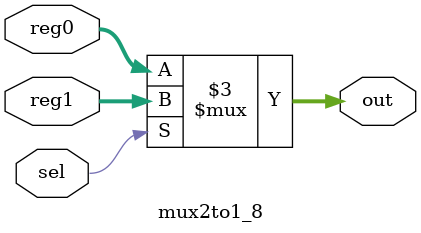
<source format=v>
module mux2to1_8(
    input [7:0] reg0,
    input [7:0] reg1,
    input sel,
    output reg [7:0] out
);

    always @(*) begin
        if (sel)
            out = reg1;
        else
            out = reg0;
    end

endmodule
</source>
